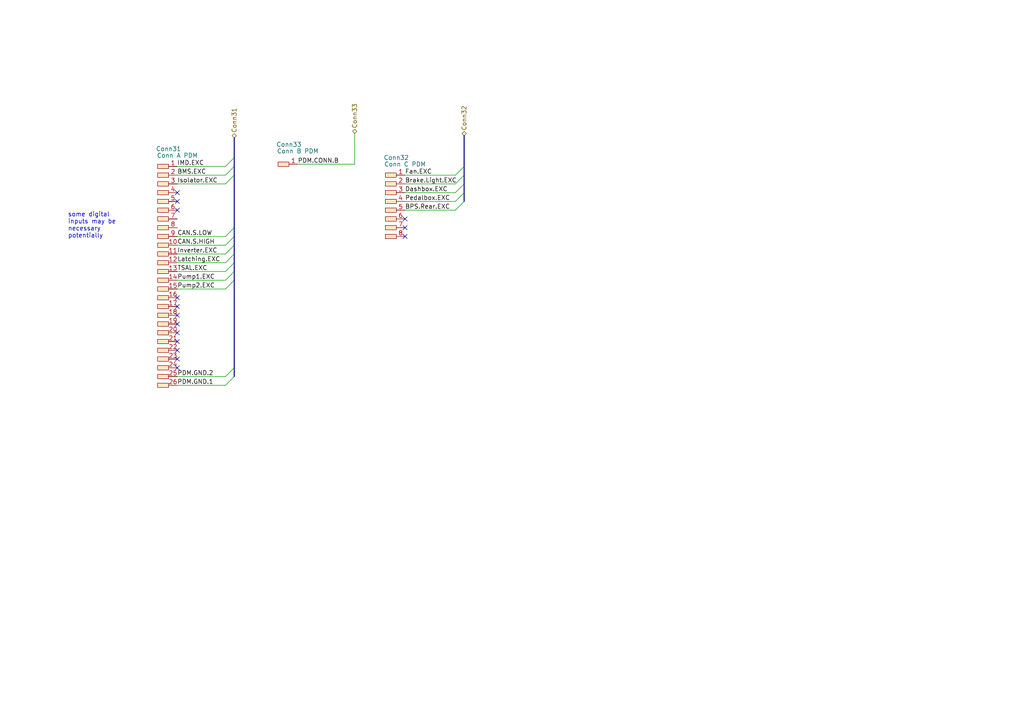
<source format=kicad_sch>
(kicad_sch (version 20230121) (generator eeschema)
  (paper "A4")
  (title_block (title "PDM") (date "2024-02-12") (rev "1.1.0") (company "SUFST") (comment 1 "Stag X") (comment 2 "Marek Frodyma"))
  (lib_symbols
    (symbol "Connectors_SUFST:Conn A PDM"
      (property "Reference" "Conn" (at 0 -1.905 0))
      (property "Value" "Conn A PDM" (at 0 0 0))
      (symbol "Conn A PDM_0_1"
        (polyline (pts (xy -0.635 -65.405) (xy 1.905 -65.405)))
        (polyline (pts (xy -0.635 -60.325) (xy 1.905 -60.325)))
        (polyline (pts (xy -0.635 -55.245) (xy 1.905 -55.245)))
        (polyline (pts (xy -0.635 -50.165) (xy 1.905 -50.165)))
        (polyline (pts (xy -0.635 -45.085) (xy 1.905 -45.085)))
        (polyline (pts (xy -0.635 -40.005) (xy 1.905 -40.005)))
        (polyline (pts (xy -0.635 -34.925) (xy 1.905 -34.925)))
        (polyline (pts (xy -0.635 -29.845) (xy 1.905 -29.845)))
        (polyline (pts (xy -0.635 -24.765) (xy 1.905 -24.765)))
        (polyline (pts (xy -0.635 -19.685) (xy 1.905 -19.685)))
        (polyline (pts (xy -0.635 -14.605) (xy 1.905 -14.605)))
        (polyline (pts (xy -0.635 -9.525) (xy 1.905 -9.525)))
        (polyline (pts (xy -0.635 -4.445) (xy 1.905 -4.445)))
      )
      (symbol "Conn A PDM_1_1"
        (rectangle (start -3.81 -67.31) (end -0.635 -68.58) (fill (type color) (color 255 229 191 1)))
        (rectangle (start -3.81 -64.77) (end -0.635 -66.04) (fill (type color) (color 255 229 191 1)))
        (rectangle (start -3.81 -62.23) (end -0.635 -63.5) (fill (type color) (color 255 229 191 1)))
        (rectangle (start -3.81 -59.69) (end -0.635 -60.96) (fill (type color) (color 255 229 191 1)))
        (rectangle (start -3.81 -57.15) (end -0.635 -58.42) (fill (type color) (color 255 229 191 1)))
        (rectangle (start -3.81 -54.61) (end -0.635 -55.88) (fill (type color) (color 255 229 191 1)))
        (rectangle (start -3.81 -52.07) (end -0.635 -53.34) (fill (type color) (color 255 229 191 1)))
        (rectangle (start -3.81 -49.53) (end -0.635 -50.8) (fill (type color) (color 255 229 191 1)))
        (rectangle (start -3.81 -46.99) (end -0.635 -48.26) (fill (type color) (color 255 229 191 1)))
        (rectangle (start -3.81 -44.45) (end -0.635 -45.72) (fill (type color) (color 255 229 191 1)))
        (rectangle (start -3.81 -41.91) (end -0.635 -43.18) (fill (type color) (color 255 229 191 1)))
        (rectangle (start -3.81 -39.37) (end -0.635 -40.64) (fill (type color) (color 255 229 191 1)))
        (rectangle (start -3.81 -36.83) (end -0.635 -38.1) (fill (type color) (color 255 229 191 1)))
        (rectangle (start -3.81 -34.29) (end -0.635 -35.56) (fill (type color) (color 255 229 191 1)))
        (rectangle (start -3.81 -31.75) (end -0.635 -33.02) (fill (type color) (color 255 229 191 1)))
        (rectangle (start -3.81 -29.21) (end -0.635 -30.48) (fill (type color) (color 255 229 191 1)))
        (rectangle (start -3.81 -26.67) (end -0.635 -27.94) (fill (type color) (color 255 229 191 1)))
        (rectangle (start -3.81 -24.13) (end -0.635 -25.4) (fill (type color) (color 255 229 191 1)))
        (rectangle (start -3.81 -21.59) (end -0.635 -22.86) (fill (type color) (color 255 229 191 1)))
        (rectangle (start -3.81 -19.05) (end -0.635 -20.32) (fill (type color) (color 255 229 191 1)))
        (rectangle (start -3.81 -16.51) (end -0.635 -17.78) (fill (type color) (color 255 229 191 1)))
        (rectangle (start -3.81 -13.97) (end -0.635 -15.24) (fill (type color) (color 255 229 191 1)))
        (rectangle (start -3.81 -11.43) (end -0.635 -12.7) (fill (type color) (color 255 229 191 1)))
        (rectangle (start -3.81 -8.89) (end -0.635 -10.16) (fill (type color) (color 255 229 191 1)))
        (rectangle (start -3.81 -6.35) (end -0.635 -7.62) (fill (type color) (color 255 229 191 1)))
        (rectangle (start -3.81 -3.81) (end -0.635 -5.08) (fill (type color) (color 255 229 191 1)))
        (pin input line (at 1.905 -4.445 180) (length 2.54) (name "") (number "1"))
        (pin input line (at 1.905 -27.305 180) (length 2.54) (name "") (number "10"))
        (pin input line (at 1.905 -29.845 180) (length 2.54) (name "") (number "11"))
        (pin input line (at 1.905 -32.385 180) (length 2.54) (name "") (number "12"))
        (pin input line (at 1.905 -34.925 180) (length 2.54) (name "") (number "13"))
        (pin input line (at 1.905 -37.465 180) (length 2.54) (name "") (number "14"))
        (pin input line (at 1.905 -40.005 180) (length 2.54) (name "") (number "15"))
        (pin input line (at 1.905 -42.545 180) (length 2.54) (name "") (number "16"))
        (pin input line (at 1.905 -45.085 180) (length 2.54) (name "") (number "17"))
        (pin input line (at 1.905 -47.625 180) (length 2.54) (name "") (number "18"))
        (pin input line (at 1.905 -50.165 180) (length 2.54) (name "") (number "19"))
        (pin input line (at 1.905 -6.985 180) (length 2.54) (name "") (number "2"))
        (pin input line (at 1.905 -52.705 180) (length 2.54) (name "") (number "20"))
        (pin input line (at 1.905 -55.245 180) (length 2.54) (name "") (number "21"))
        (pin input line (at 1.905 -57.785 180) (length 2.54) (name "") (number "22"))
        (pin input line (at 1.905 -60.325 180) (length 2.54) (name "") (number "23"))
        (pin input line (at 1.905 -62.865 180) (length 2.54) (name "") (number "24"))
        (pin input line (at 1.905 -65.405 180) (length 2.54) (name "") (number "25"))
        (pin input line (at 1.905 -67.945 180) (length 2.54) (name "") (number "26"))
        (pin input line (at 1.905 -9.525 180) (length 2.54) (name "") (number "3"))
        (pin input line (at 1.905 -12.065 180) (length 2.54) (name "") (number "4"))
        (pin input line (at 1.905 -14.605 180) (length 2.54) (name "") (number "5"))
        (pin input line (at 1.905 -17.145 180) (length 2.54) (name "") (number "6"))
        (pin input line (at 1.905 -19.685 180) (length 2.54) (name "") (number "7"))
        (pin input line (at 1.905 -22.225 180) (length 2.54) (name "") (number "8"))
        (pin input line (at 1.905 -24.765 180) (length 2.54) (name "") (number "9"))
      )
    )
    (symbol "Connectors_SUFST:Conn B PDM"
      (property "Reference" "Conn" (at 0 -1.905 0))
      (property "Value" "Conn B PDM" (at 0 0 0))
      (symbol "Conn B PDM_0_1"
        (polyline (pts (xy -0.635 -4.445) (xy 1.905 -4.445)))
      )
      (symbol "Conn B PDM_1_1"
        (rectangle (start -3.81 -3.81) (end -0.635 -5.08) (fill (type color) (color 255 229 191 1)))
        (pin input line (at 1.905 -4.445 180) (length 2.54) (name "") (number "1"))
      )
    )
    (symbol "Connectors_SUFST:Conn C PDM"
      (property "Reference" "Conn" (at 0 -1.905 0))
      (property "Value" "Conn C PDM" (at 0 0 0))
      (symbol "Conn C PDM_0_1"
        (polyline (pts (xy -0.635 -19.685) (xy 1.905 -19.685)))
        (polyline (pts (xy -0.635 -14.605) (xy 1.905 -14.605)))
        (polyline (pts (xy -0.635 -9.525) (xy 1.905 -9.525)))
        (polyline (pts (xy -0.635 -4.445) (xy 1.905 -4.445)))
      )
      (symbol "Conn C PDM_1_1"
        (rectangle (start -3.81 -21.59) (end -0.635 -22.86) (fill (type color) (color 255 229 191 1)))
        (rectangle (start -3.81 -19.05) (end -0.635 -20.32) (fill (type color) (color 255 229 191 1)))
        (rectangle (start -3.81 -16.51) (end -0.635 -17.78) (fill (type color) (color 255 229 191 1)))
        (rectangle (start -3.81 -13.97) (end -0.635 -15.24) (fill (type color) (color 255 229 191 1)))
        (rectangle (start -3.81 -11.43) (end -0.635 -12.7) (fill (type color) (color 255 229 191 1)))
        (rectangle (start -3.81 -8.89) (end -0.635 -10.16) (fill (type color) (color 255 229 191 1)))
        (rectangle (start -3.81 -6.35) (end -0.635 -7.62) (fill (type color) (color 255 229 191 1)))
        (rectangle (start -3.81 -3.81) (end -0.635 -5.08) (fill (type color) (color 255 229 191 1)))
        (pin input line (at 1.905 -4.445 180) (length 2.54) (name "") (number "1"))
        (pin input line (at 1.905 -6.985 180) (length 2.54) (name "") (number "2"))
        (pin input line (at 1.905 -9.525 180) (length 2.54) (name "") (number "3"))
        (pin input line (at 1.905 -12.065 180) (length 2.54) (name "") (number "4"))
        (pin input line (at 1.905 -14.605 180) (length 2.54) (name "") (number "5"))
        (pin input line (at 1.905 -17.145 180) (length 2.54) (name "") (number "6"))
        (pin input line (at 1.905 -19.685 180) (length 2.54) (name "") (number "7"))
        (pin input line (at 1.905 -22.225 180) (length 2.54) (name "") (number "8"))
      )
    )
  )
  (no_connect (at 51.435 55.88))
  (no_connect (at 117.475 63.5))
  (no_connect (at 51.435 88.9))
  (no_connect (at 51.435 96.52))
  (no_connect (at 51.435 58.42))
  (no_connect (at 51.435 101.6))
  (no_connect (at 51.435 91.44))
  (no_connect (at 51.435 99.06))
  (no_connect (at 117.475 68.58))
  (no_connect (at 51.435 93.98))
  (no_connect (at 51.435 106.68))
  (no_connect (at 117.475 66.04))
  (no_connect (at 51.435 60.96))
  (no_connect (at 51.435 104.14))
  (no_connect (at 51.435 86.36))
  (bus_entry (at 65.405 71.12) (size 2.54 -2.54))
  (bus_entry (at 65.405 76.2) (size 2.54 -2.54))
  (bus_entry (at 65.405 78.74) (size 2.54 -2.54))
  (bus_entry (at 65.405 111.76) (size 2.54 -2.54))
  (bus_entry (at 65.405 68.58) (size 2.54 -2.54))
  (bus_entry (at 65.405 53.34) (size 2.54 -2.54))
  (bus_entry (at 65.405 81.28) (size 2.54 -2.54))
  (bus_entry (at 65.405 83.82) (size 2.54 -2.54))
  (bus_entry (at 65.405 48.26) (size 2.54 -2.54))
  (bus_entry (at 65.405 50.8) (size 2.54 -2.54))
  (bus_entry (at 132.08 60.96) (size 2.54 -2.54))
  (bus_entry (at 132.08 58.42) (size 2.54 -2.54))
  (bus_entry (at 65.405 73.66) (size 2.54 -2.54))
  (bus_entry (at 65.405 109.22) (size 2.54 -2.54))
  (bus_entry (at 132.08 53.34) (size 2.54 -2.54))
  (bus_entry (at 132.08 50.8) (size 2.54 -2.54))
  (bus_entry (at 132.08 55.88) (size 2.54 -2.54))
  (bus (pts (xy 67.945 66.04) (xy 67.945 68.58)))
  (wire (pts (xy 51.435 68.58) (xy 65.405 68.58)))
  (bus (pts (xy 67.945 76.2) (xy 67.945 78.74)))
  (bus (pts (xy 134.62 50.8) (xy 134.62 53.34)))
  (bus (pts (xy 67.945 71.12) (xy 67.945 73.66)))
  (bus (pts (xy 67.945 81.28) (xy 67.945 106.68)))
  (bus (pts (xy 67.945 78.74) (xy 67.945 81.28)))
  (wire (pts (xy 51.435 71.12) (xy 65.405 71.12)))
  (bus (pts (xy 134.62 39.37) (xy 134.62 48.26)))
  (bus (pts (xy 67.945 106.68) (xy 67.945 109.22)))
  (bus (pts (xy 67.945 40.005) (xy 67.945 45.72)))
  (wire (pts (xy 117.475 55.88) (xy 132.08 55.88)))
  (wire (pts (xy 51.435 111.76) (xy 65.405 111.76)))
  (wire (pts (xy 51.435 83.82) (xy 65.405 83.82)))
  (wire (pts (xy 51.435 81.28) (xy 65.405 81.28)))
  (wire (pts (xy 51.435 48.26) (xy 65.405 48.26)))
  (wire (pts (xy 117.475 58.42) (xy 132.08 58.42)))
  (bus (pts (xy 134.62 53.34) (xy 134.62 55.88)))
  (wire (pts (xy 51.435 78.74) (xy 65.405 78.74)))
  (wire (pts (xy 51.435 53.34) (xy 65.405 53.34)))
  (wire (pts (xy 117.475 53.34) (xy 132.08 53.34)))
  (wire (pts (xy 51.435 50.8) (xy 65.405 50.8)))
  (wire (pts (xy 117.475 50.8) (xy 132.08 50.8)))
  (wire (pts (xy 86.36 47.625) (xy 102.87 47.625)))
  (bus (pts (xy 134.62 48.26) (xy 134.62 50.8)))
  (bus (pts (xy 67.945 73.66) (xy 67.945 76.2)))
  (wire (pts (xy 51.435 76.2) (xy 65.405 76.2)))
  (wire (pts (xy 117.475 60.96) (xy 132.08 60.96)))
  (wire (pts (xy 51.435 73.66) (xy 65.405 73.66)))
  (bus (pts (xy 134.62 55.88) (xy 134.62 58.42)))
  (wire (pts (xy 102.87 47.625) (xy 102.87 38.735)))
  (bus (pts (xy 67.945 48.26) (xy 67.945 50.8)))
  (bus (pts (xy 67.945 68.58) (xy 67.945 71.12)))
  (bus (pts (xy 67.945 50.8) (xy 67.945 66.04)))
  (wire (pts (xy 51.435 109.22) (xy 65.405 109.22)))
  (bus (pts (xy 67.945 45.72) (xy 67.945 48.26)))
  (text "some digital\ninputs may be\nnecessary\npotentially" (at 19.685 69.215 0) (effects (font (size 1.27 1.27)) (justify left bottom)))
  (label "Pedalbox.EXC" (at 117.475 58.42 0))
  (label "BPS.Rear.EXC" (at 117.475 60.96 0))
  (label "IMD.EXC" (at 51.435 48.26 0))
  (label "CAN.S.HIGH" (at 51.435 71.12 0))
  (label "Brake.Light.EXC" (at 117.475 53.34 0))
  (label "Dashbox.EXC" (at 117.475 55.88 0))
  (label "PDM.GND.1" (at 51.435 111.76 0))
  (label "PDM.CONN.B" (at 86.36 47.625 0))
  (label "Inverter.EXC" (at 51.435 73.66 0))
  (label "BMS.EXC" (at 51.435 50.8 0))
  (label "Latching.EXC" (at 51.435 76.2 0))
  (label "PDM.GND.2" (at 51.435 109.22 0))
  (label "Pump2.EXC" (at 51.435 83.82 0))
  (label "Pump1.EXC" (at 51.435 81.28 0))
  (label "Isolator.EXC" (at 51.435 53.34 0))
  (label "TSAL.EXC" (at 51.435 78.74 0))
  (label "CAN.S.LOW" (at 51.435 68.58 0))
  (label "Fan.EXC" (at 117.475 50.8 0))
  (hierarchical_label "Conn32" (shape bidirectional) (at 134.62 39.37 90))
  (hierarchical_label "Conn33" (shape bidirectional) (at 102.87 38.735 90))
  (hierarchical_label "Conn31" (shape bidirectional) (at 67.945 40.005 90))
  (symbol (lib_id "Connectors_SUFST:Conn A PDM") (at 49.53 43.815 0) (unit 1)
    (property "Reference" "Conn31" (at 48.895 43.18 0))
    (property "Value" "Conn A PDM" (at 51.435 45.085 0))
  )
  (symbol (lib_id "Connectors_SUFST:Conn C PDM") (at 115.57 46.355 0) (unit 1)
    (property "Reference" "Conn32" (at 114.935 45.72 0))
    (property "Value" "Conn C PDM" (at 117.475 47.625 0))
  )
  (symbol (lib_id "Connectors_SUFST:Conn B PDM") (at 84.455 43.18 0) (unit 1)
    (property "Reference" "Conn33" (at 83.82 41.91 0))
    (property "Value" "Conn B PDM" (at 86.36 43.815 0))
  )
)
</source>
